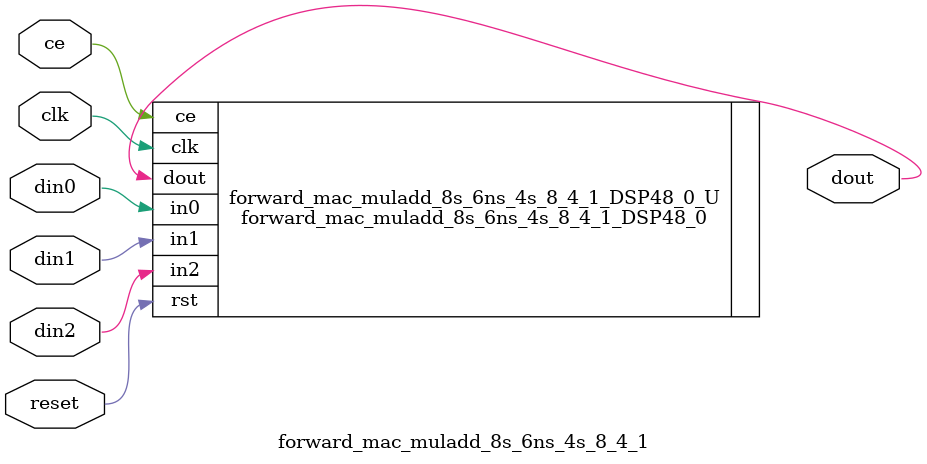
<source format=v>
module forward_mac_muladd_8s_6ns_4s_8_4_1(clk,reset,ce,din0,din1,din2,dout); 
parameter ID = 32'd1;
parameter NUM_STAGE = 32'd1;
parameter din0_WIDTH = 32'd1;
parameter din1_WIDTH = 32'd1;
parameter din2_WIDTH = 32'd1;
parameter dout_WIDTH = 32'd1;
input clk;
input reset;
input ce;
input[din0_WIDTH - 1:0] din0;
input[din1_WIDTH - 1:0] din1;
input[din2_WIDTH - 1:0] din2;
output[dout_WIDTH - 1:0] dout;
forward_mac_muladd_8s_6ns_4s_8_4_1_DSP48_0 forward_mac_muladd_8s_6ns_4s_8_4_1_DSP48_0_U(.clk( clk ),.rst( reset ),.ce( ce ),.in0( din0 ),.in1( din1 ),.in2( din2 ),.dout( dout ));
endmodule
</source>
